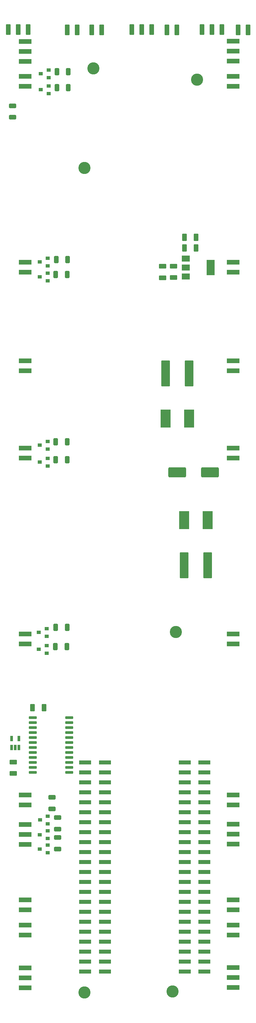
<source format=gbr>
%TF.GenerationSoftware,KiCad,Pcbnew,(6.0.7-1)-1*%
%TF.CreationDate,2023-12-02T14:15:27+01:00*%
%TF.ProjectId,11x3,31317833-2e6b-4696-9361-645f70636258,rev?*%
%TF.SameCoordinates,Original*%
%TF.FileFunction,Soldermask,Bot*%
%TF.FilePolarity,Negative*%
%FSLAX46Y46*%
G04 Gerber Fmt 4.6, Leading zero omitted, Abs format (unit mm)*
G04 Created by KiCad (PCBNEW (6.0.7-1)-1) date 2023-12-02 14:15:27*
%MOMM*%
%LPD*%
G01*
G04 APERTURE LIST*
G04 Aperture macros list*
%AMRoundRect*
0 Rectangle with rounded corners*
0 $1 Rounding radius*
0 $2 $3 $4 $5 $6 $7 $8 $9 X,Y pos of 4 corners*
0 Add a 4 corners polygon primitive as box body*
4,1,4,$2,$3,$4,$5,$6,$7,$8,$9,$2,$3,0*
0 Add four circle primitives for the rounded corners*
1,1,$1+$1,$2,$3*
1,1,$1+$1,$4,$5*
1,1,$1+$1,$6,$7*
1,1,$1+$1,$8,$9*
0 Add four rect primitives between the rounded corners*
20,1,$1+$1,$2,$3,$4,$5,0*
20,1,$1+$1,$4,$5,$6,$7,0*
20,1,$1+$1,$6,$7,$8,$9,0*
20,1,$1+$1,$8,$9,$2,$3,0*%
G04 Aperture macros list end*
%ADD10RoundRect,0.050000X-1.200000X2.250000X-1.200000X-2.250000X1.200000X-2.250000X1.200000X2.250000X0*%
%ADD11RoundRect,0.050000X-1.050000X3.250000X-1.050000X-3.250000X1.050000X-3.250000X1.050000X3.250000X0*%
%ADD12C,3.100000*%
%ADD13RoundRect,0.300000X-0.625000X0.312500X-0.625000X-0.312500X0.625000X-0.312500X0.625000X0.312500X0*%
%ADD14RoundRect,0.300000X0.312500X0.625000X-0.312500X0.625000X-0.312500X-0.625000X0.312500X-0.625000X0*%
%ADD15RoundRect,0.300000X-0.650000X0.325000X-0.650000X-0.325000X0.650000X-0.325000X0.650000X0.325000X0*%
%ADD16RoundRect,0.300000X0.325000X0.650000X-0.325000X0.650000X-0.325000X-0.650000X0.325000X-0.650000X0*%
%ADD17RoundRect,0.050000X-1.600000X-0.510000X1.600000X-0.510000X1.600000X0.510000X-1.600000X0.510000X0*%
%ADD18RoundRect,0.300000X-1.950000X-1.000000X1.950000X-1.000000X1.950000X1.000000X-1.950000X1.000000X0*%
%ADD19RoundRect,0.300000X0.650000X-0.325000X0.650000X0.325000X-0.650000X0.325000X-0.650000X-0.325000X0*%
%ADD20RoundRect,0.050000X0.450000X0.400000X-0.450000X0.400000X-0.450000X-0.400000X0.450000X-0.400000X0*%
%ADD21RoundRect,0.050000X-0.510000X1.300000X-0.510000X-1.300000X0.510000X-1.300000X0.510000X1.300000X0*%
%ADD22RoundRect,0.200000X0.150000X-0.512500X0.150000X0.512500X-0.150000X0.512500X-0.150000X-0.512500X0*%
%ADD23RoundRect,0.050000X1.600000X0.510000X-1.600000X0.510000X-1.600000X-0.510000X1.600000X-0.510000X0*%
%ADD24RoundRect,0.050000X1.200000X-2.250000X1.200000X2.250000X-1.200000X2.250000X-1.200000X-2.250000X0*%
%ADD25RoundRect,0.050000X1.050000X-3.250000X1.050000X3.250000X-1.050000X3.250000X-1.050000X-3.250000X0*%
%ADD26RoundRect,0.050000X1.500000X0.500000X-1.500000X0.500000X-1.500000X-0.500000X1.500000X-0.500000X0*%
%ADD27RoundRect,0.187500X0.862500X0.137500X-0.862500X0.137500X-0.862500X-0.137500X0.862500X-0.137500X0*%
%ADD28RoundRect,0.300000X0.625000X-0.312500X0.625000X0.312500X-0.625000X0.312500X-0.625000X-0.312500X0*%
%ADD29RoundRect,0.050000X-1.000000X-0.750000X1.000000X-0.750000X1.000000X0.750000X-1.000000X0.750000X0*%
%ADD30RoundRect,0.050000X-1.000000X-1.900000X1.000000X-1.900000X1.000000X1.900000X-1.000000X1.900000X0*%
G04 APERTURE END LIST*
D10*
%TO.C,J33*%
X96900000Y-134480000D03*
D11*
X96900000Y-122980000D03*
X90900000Y-122980000D03*
D10*
X90900000Y-134480000D03*
%TD*%
D12*
%TO.C,M6*%
X92630000Y-280650000D03*
%TD*%
%TO.C,M5*%
X70104000Y-280924000D03*
%TD*%
%TO.C,M6*%
X93472000Y-188976000D03*
%TD*%
%TO.C,M1*%
X72390000Y-45212000D03*
%TD*%
%TO.C,M2*%
X98900000Y-48060000D03*
%TD*%
%TO.C,M6*%
X70104000Y-70612000D03*
%TD*%
D13*
%TO.C,R9*%
X61860000Y-231127500D03*
X61860000Y-234052500D03*
%TD*%
D14*
%TO.C,R4*%
X65712500Y-97780000D03*
X62787500Y-97780000D03*
%TD*%
%TO.C,R1*%
X66022500Y-46064000D03*
X63097500Y-46064000D03*
%TD*%
D15*
%TO.C,CI6*%
X51960000Y-222105000D03*
X51960000Y-225055000D03*
%TD*%
D16*
%TO.C,CI2*%
X98645000Y-90960000D03*
X95695000Y-90960000D03*
%TD*%
D17*
%TO.C,J26*%
X108130000Y-237995000D03*
X108130000Y-240535000D03*
X108130000Y-243075000D03*
%TD*%
D18*
%TO.C,CP1*%
X93797500Y-148220000D03*
X102197500Y-148220000D03*
%TD*%
D17*
%TO.C,J19*%
X108130000Y-38235000D03*
X108130000Y-40775000D03*
X108130000Y-43315000D03*
%TD*%
D19*
%TO.C,CI5*%
X90150000Y-98585000D03*
X90150000Y-95635000D03*
%TD*%
D14*
%TO.C,R8*%
X65602500Y-192700000D03*
X62677500Y-192700000D03*
%TD*%
D17*
%TO.C,J22*%
X108130000Y-119740000D03*
X108130000Y-122280000D03*
%TD*%
D20*
%TO.C,Q7*%
X60480000Y-188116000D03*
X60480000Y-190016000D03*
X58480000Y-189066000D03*
%TD*%
%TO.C,Q2*%
X60988000Y-49686000D03*
X60988000Y-51586000D03*
X58988000Y-50636000D03*
%TD*%
D21*
%TO.C,J2*%
X65750000Y-35330000D03*
X68290000Y-35330000D03*
%TD*%
D17*
%TO.C,J21*%
X108130000Y-94620000D03*
X108130000Y-97160000D03*
%TD*%
D22*
%TO.C,UI3*%
X53390000Y-218417500D03*
X52440000Y-218417500D03*
X51490000Y-218417500D03*
X51490000Y-216142500D03*
X53390000Y-216142500D03*
%TD*%
D20*
%TO.C,Q3*%
X60734000Y-93628000D03*
X60734000Y-95528000D03*
X58734000Y-94578000D03*
%TD*%
D14*
%TO.C,R7*%
X65702500Y-187790000D03*
X62777500Y-187790000D03*
%TD*%
D23*
%TO.C,J9*%
X54950000Y-49760000D03*
X54950000Y-47220000D03*
%TD*%
D13*
%TO.C,R10*%
X63246000Y-236281500D03*
X63246000Y-239206500D03*
%TD*%
D20*
%TO.C,Q9*%
X60750000Y-235950000D03*
X60750000Y-237850000D03*
X58750000Y-236900000D03*
%TD*%
D23*
%TO.C,J15*%
X54950000Y-243175000D03*
X54950000Y-240635000D03*
X54950000Y-238095000D03*
%TD*%
D20*
%TO.C,Q8*%
X60480000Y-192434000D03*
X60480000Y-194334000D03*
X58480000Y-193384000D03*
%TD*%
D17*
%TO.C,J23*%
X108130000Y-142020000D03*
X108130000Y-144560000D03*
%TD*%
D23*
%TO.C,J10*%
X54950000Y-97160000D03*
X54950000Y-94620000D03*
%TD*%
D21*
%TO.C,J5*%
X91170000Y-35400000D03*
X93710000Y-35400000D03*
%TD*%
D23*
%TO.C,J17*%
X54950000Y-266230000D03*
X54950000Y-263690000D03*
%TD*%
D20*
%TO.C,Q5*%
X60734000Y-140364000D03*
X60734000Y-142264000D03*
X58734000Y-141314000D03*
%TD*%
D14*
%TO.C,R2*%
X66022500Y-50128000D03*
X63097500Y-50128000D03*
%TD*%
D21*
%TO.C,J3*%
X71990000Y-35330000D03*
X74530000Y-35330000D03*
%TD*%
D23*
%TO.C,J11*%
X54950000Y-122280000D03*
X54950000Y-119740000D03*
%TD*%
D16*
%TO.C,CI1*%
X59815000Y-208240000D03*
X56865000Y-208240000D03*
%TD*%
D14*
%TO.C,R3*%
X65822500Y-93970000D03*
X62897500Y-93970000D03*
%TD*%
%TO.C,R6*%
X65692500Y-145000000D03*
X62767500Y-145000000D03*
%TD*%
D19*
%TO.C,CI4*%
X92920000Y-98565000D03*
X92920000Y-95615000D03*
%TD*%
D17*
%TO.C,J24*%
X108130000Y-189420000D03*
X108130000Y-191960000D03*
%TD*%
D13*
%TO.C,R11*%
X63246000Y-241361500D03*
X63246000Y-244286500D03*
%TD*%
D23*
%TO.C,J8*%
X54950000Y-43415000D03*
X54950000Y-40875000D03*
X54950000Y-38335000D03*
%TD*%
%TO.C,J18*%
X54950000Y-279700000D03*
X54950000Y-277160000D03*
X54950000Y-274620000D03*
%TD*%
D24*
%TO.C,J32*%
X95610000Y-160440000D03*
D25*
X95610000Y-171940000D03*
D24*
X101610000Y-160440000D03*
D25*
X101610000Y-171940000D03*
%TD*%
D23*
%TO.C,J12*%
X54950000Y-144560000D03*
X54950000Y-142020000D03*
%TD*%
D17*
%TO.C,J28*%
X108130000Y-263690000D03*
X108130000Y-266230000D03*
%TD*%
%TO.C,J25*%
X108130000Y-230550000D03*
X108130000Y-233090000D03*
%TD*%
D26*
%TO.C,J31*%
X70323000Y-222250000D03*
X75363000Y-222250000D03*
X70323000Y-224790000D03*
X75363000Y-224790000D03*
X70323000Y-227330000D03*
X75363000Y-227330000D03*
X70323000Y-229870000D03*
X75363000Y-229870000D03*
X70323000Y-232410000D03*
X75363000Y-232410000D03*
X70323000Y-234950000D03*
X75363000Y-234950000D03*
X70323000Y-237490000D03*
X75363000Y-237490000D03*
X70323000Y-240030000D03*
X75363000Y-240030000D03*
X70323000Y-242570000D03*
X75363000Y-242570000D03*
X70323000Y-245110000D03*
X75363000Y-245110000D03*
X70323000Y-247650000D03*
X75363000Y-247650000D03*
X70323000Y-250190000D03*
X75363000Y-250190000D03*
X70323000Y-252730000D03*
X75363000Y-252730000D03*
X70323000Y-255270000D03*
X75363000Y-255270000D03*
X70323000Y-257810000D03*
X75363000Y-257810000D03*
X70323000Y-260350000D03*
X75363000Y-260350000D03*
X70323000Y-262890000D03*
X75363000Y-262890000D03*
X70323000Y-265430000D03*
X75363000Y-265430000D03*
X70323000Y-267970000D03*
X75363000Y-267970000D03*
X70323000Y-270510000D03*
X75363000Y-270510000D03*
X70323000Y-273050000D03*
X75363000Y-273050000D03*
X70323000Y-275590000D03*
X75363000Y-275590000D03*
%TD*%
D23*
%TO.C,J14*%
X54950000Y-233090000D03*
X54950000Y-230550000D03*
%TD*%
D27*
%TO.C,UI1*%
X66220000Y-210815000D03*
X66220000Y-212085000D03*
X66220000Y-213355000D03*
X66220000Y-214625000D03*
X66220000Y-215895000D03*
X66220000Y-217165000D03*
X66220000Y-218435000D03*
X66220000Y-219705000D03*
X66220000Y-220975000D03*
X66220000Y-222245000D03*
X66220000Y-223515000D03*
X66220000Y-224785000D03*
X56920000Y-224785000D03*
X56920000Y-223515000D03*
X56920000Y-222245000D03*
X56920000Y-220975000D03*
X56920000Y-219705000D03*
X56920000Y-218435000D03*
X56920000Y-217165000D03*
X56920000Y-215895000D03*
X56920000Y-214625000D03*
X56920000Y-213355000D03*
X56920000Y-212085000D03*
X56920000Y-210815000D03*
%TD*%
D16*
%TO.C,CI3*%
X98675000Y-88280000D03*
X95725000Y-88280000D03*
%TD*%
D17*
%TO.C,J29*%
X108130000Y-274520000D03*
X108130000Y-277060000D03*
X108130000Y-279600000D03*
%TD*%
D28*
%TO.C,RI1*%
X51720000Y-57652500D03*
X51720000Y-54727500D03*
%TD*%
D20*
%TO.C,Q11*%
X60700000Y-243330000D03*
X60700000Y-245230000D03*
X58700000Y-244280000D03*
%TD*%
%TO.C,Q1*%
X60988000Y-45622000D03*
X60988000Y-47522000D03*
X58988000Y-46572000D03*
%TD*%
D21*
%TO.C,J7*%
X109380000Y-35330000D03*
X111920000Y-35330000D03*
%TD*%
D26*
%TO.C,J30*%
X95778000Y-222250000D03*
X100818000Y-222250000D03*
X95778000Y-224790000D03*
X100818000Y-224790000D03*
X95778000Y-227330000D03*
X100818000Y-227330000D03*
X95778000Y-229870000D03*
X100818000Y-229870000D03*
X95778000Y-232410000D03*
X100818000Y-232410000D03*
X95778000Y-234950000D03*
X100818000Y-234950000D03*
X95778000Y-237490000D03*
X100818000Y-237490000D03*
X95778000Y-240030000D03*
X100818000Y-240030000D03*
X95778000Y-242570000D03*
X100818000Y-242570000D03*
X95778000Y-245110000D03*
X100818000Y-245110000D03*
X95778000Y-247650000D03*
X100818000Y-247650000D03*
X95778000Y-250190000D03*
X100818000Y-250190000D03*
X95778000Y-252730000D03*
X100818000Y-252730000D03*
X95778000Y-255270000D03*
X100818000Y-255270000D03*
X95778000Y-257810000D03*
X100818000Y-257810000D03*
X95778000Y-260350000D03*
X100818000Y-260350000D03*
X95778000Y-262890000D03*
X100818000Y-262890000D03*
X95778000Y-265430000D03*
X100818000Y-265430000D03*
X95778000Y-267970000D03*
X100818000Y-267970000D03*
X95778000Y-270510000D03*
X100818000Y-270510000D03*
X95778000Y-273050000D03*
X100818000Y-273050000D03*
X95778000Y-275590000D03*
X100818000Y-275590000D03*
%TD*%
D29*
%TO.C,UI2*%
X96070000Y-98310000D03*
X96070000Y-96010000D03*
X96070000Y-93710000D03*
D30*
X102370000Y-96010000D03*
%TD*%
D20*
%TO.C,Q6*%
X60734000Y-144682000D03*
X60734000Y-146582000D03*
X58734000Y-145632000D03*
%TD*%
%TO.C,Q10*%
X60710000Y-239690000D03*
X60710000Y-241590000D03*
X58710000Y-240640000D03*
%TD*%
%TO.C,Q4*%
X60734000Y-97438000D03*
X60734000Y-99338000D03*
X58734000Y-98388000D03*
%TD*%
D17*
%TO.C,J20*%
X108130000Y-47220000D03*
X108130000Y-49760000D03*
%TD*%
%TO.C,J27*%
X108130000Y-257280000D03*
X108130000Y-259820000D03*
%TD*%
D21*
%TO.C,J4*%
X82215000Y-35320000D03*
X84755000Y-35320000D03*
X87295000Y-35320000D03*
%TD*%
%TO.C,J1*%
X50660000Y-35320000D03*
X53200000Y-35320000D03*
X55740000Y-35320000D03*
%TD*%
D23*
%TO.C,J16*%
X54950000Y-259820000D03*
X54950000Y-257280000D03*
%TD*%
%TO.C,J13*%
X54950000Y-191960000D03*
X54950000Y-189420000D03*
%TD*%
D21*
%TO.C,J6*%
X100190000Y-35320000D03*
X102730000Y-35320000D03*
X105270000Y-35320000D03*
%TD*%
D14*
%TO.C,R5*%
X65692500Y-140440000D03*
X62767500Y-140440000D03*
%TD*%
M02*

</source>
